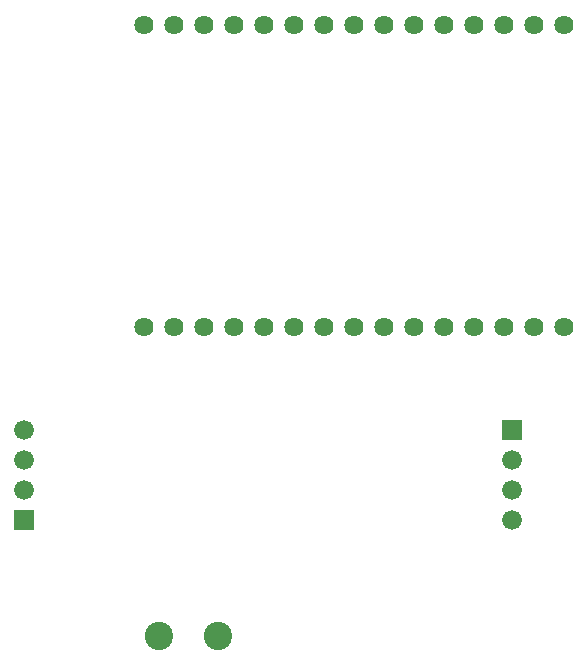
<source format=gbs>
G04 Layer: BottomSolderMaskLayer*
G04 EasyEDA v6.5.51, 2025-10-20 22:37:19*
G04 00cfa3d97b714e56bb817cb7b1a422d8,12abd119770744df9ef097ef44d34389,10*
G04 Gerber Generator version 0.2*
G04 Scale: 100 percent, Rotated: No, Reflected: No *
G04 Dimensions in millimeters *
G04 leading zeros omitted , absolute positions ,4 integer and 5 decimal *
%FSLAX45Y45*%
%MOMM*%

%AMMACRO1*4,1,8,-0.8085,-0.8382,-0.8382,-0.8082,-0.8382,0.8085,-0.8085,0.8382,0.8082,0.8382,0.8382,0.8085,0.8382,-0.8082,0.8082,-0.8382,-0.8085,-0.8382,0*%
%ADD10C,2.4016*%
%ADD11MACRO1*%
%ADD12C,1.6764*%
%ADD13C,1.6256*%
%ADD14C,0.0135*%

%LPD*%
D10*
G01*
X1718055Y-5918200D03*
G01*
X2218943Y-5918200D03*
D11*
G01*
X4701489Y-4173499D03*
D12*
G01*
X4701489Y-4427499D03*
G01*
X4701489Y-4681499D03*
G01*
X4701489Y-4935499D03*
D11*
G01*
X571500Y-4935499D03*
D12*
G01*
X571500Y-4681499D03*
G01*
X571500Y-4427499D03*
G01*
X571500Y-4173499D03*
D13*
G01*
X5143500Y-749300D03*
G01*
X4889500Y-749300D03*
G01*
X4635500Y-749300D03*
G01*
X4381500Y-749300D03*
G01*
X4127500Y-749300D03*
G01*
X3873500Y-749300D03*
G01*
X3619500Y-749300D03*
G01*
X3365500Y-749300D03*
G01*
X3111500Y-749300D03*
G01*
X2857500Y-749300D03*
G01*
X2603500Y-749300D03*
G01*
X2349500Y-749300D03*
G01*
X2095500Y-749300D03*
G01*
X1841500Y-749300D03*
G01*
X1587500Y-749300D03*
G01*
X1587500Y-3299307D03*
G01*
X1841500Y-3299307D03*
G01*
X2095500Y-3299307D03*
G01*
X2349500Y-3299307D03*
G01*
X2603500Y-3299307D03*
G01*
X2857500Y-3299307D03*
G01*
X3111500Y-3299307D03*
G01*
X3365500Y-3299307D03*
G01*
X3619500Y-3299307D03*
G01*
X3873500Y-3299307D03*
G01*
X4127500Y-3299307D03*
G01*
X4381500Y-3299307D03*
G01*
X4635500Y-3299307D03*
G01*
X5143500Y-3299307D03*
G01*
X4889500Y-3299307D03*
M02*

</source>
